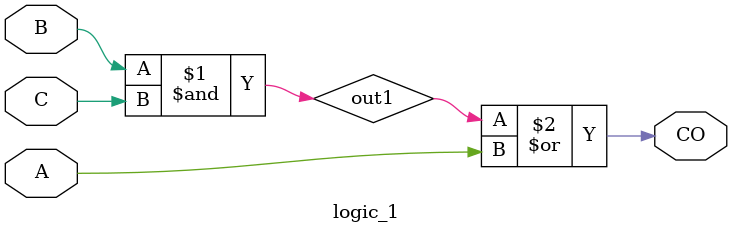
<source format=sv>
module carry_select_adder
(
    input   logic[15:0]     A,
    input   logic[15:0]     B,
    output  logic[15:0]     SUM,
    output  logic           CO
	 
	 
	 
);
		
		logic [2:0] c;
		
		ripple_cArry_4Bit cA1(.A(A[3:0]), .B(B[3:0]), .Cin(1'B0), .SUM(SUM[3:0]), .CO(c[0]));
		cArry_select_4Bit_slice slice1(.A(A[7:4]), .B(B[7:4]), .Cin(c[0]), .SUM(SUM[7:4]), .CO(c[1]));
		cArry_select_4Bit_slice slice2(.A(A[11:8]), .B(B[11:8]), .Cin(c[1]), .SUM(SUM[11:8]), .CO(c[2]));
		cArry_select_4Bit_slice slice3(.A(A[15:12]), .B(B[15:12]), .Cin(c[2]), .SUM(SUM[15:12]), .CO(CO));
     
endmodule


module cArry_select_4Bit_slice
(
	input logic[3:0] A,B,
	input logic Cin,
	output logic[3:0] SUM,
	output logic CO
	
);

		logic [3:0] s0,s1;
		logic c0,c1;
		
		ripple_cArry_4Bit cA1(.A(A[3:0]), .B(B[3:0]), .Cin(1'B0), .SUM(s0[3:0]), .CO(c0));
		ripple_cArry_4Bit cA2(.A(A[3:0]), .B(B[3:0]), .Cin(1'B1), .SUM(s1[3:0]), .CO(c1));
		mux2X1 ms0(.in1(s0[3:0]), .in2(s1[3:0]), .select(Cin), .out(SUM[3:0]));
		logic_1 L1(.A(c0), .B(c1), .C(Cin), .CO(CO));

endmodule
		
module ripple_cArry_4Bit
(
	input logic [3:0] A,B,
	input logic Cin,
	output logic [3:0] SUM,
	output logic CO

);

		logic c1,c2,c3;
		
		full_Adder_1Bit Bit0(.A(A[0]), .B(B[0]), .Cin(Cin), .SUM(SUM[0]), .CO(c1));
		full_Adder_1Bit Bit1(.A(A[1]), .B(B[1]), .Cin(c1), .SUM(SUM[1]), .CO(c2));
		full_Adder_1Bit Bit2(.A(A[2]), .B(B[2]), .Cin(c2), .SUM(SUM[2]), .CO(c3));
		full_Adder_1Bit Bit3(.A(A[3]), .B(B[3]), .Cin(c3), .SUM(SUM[3]), .CO(CO));

endmodule
		
		

module full_Adder_1Bit
(
		input logic A,B,Cin,
		output logic SUM,CO
		
);

		assign SUM = A ^ B^ Cin;
		assign CO = (A&B) | (B&Cin) | (Cin&A);

endmodule


module mux2X1(in1,in2,select,out);


		input logic [3:0] in1,in2;
		input logic select;
		output logic [3:0] out;
		assign out=(select)?in2:in1;


endmodule


module logic_1
(
	input logic A,B,C,
	output logic CO
);

	assign out1 = B & C;
	assign CO = out1 | A;
	
		
		

endmodule

</source>
